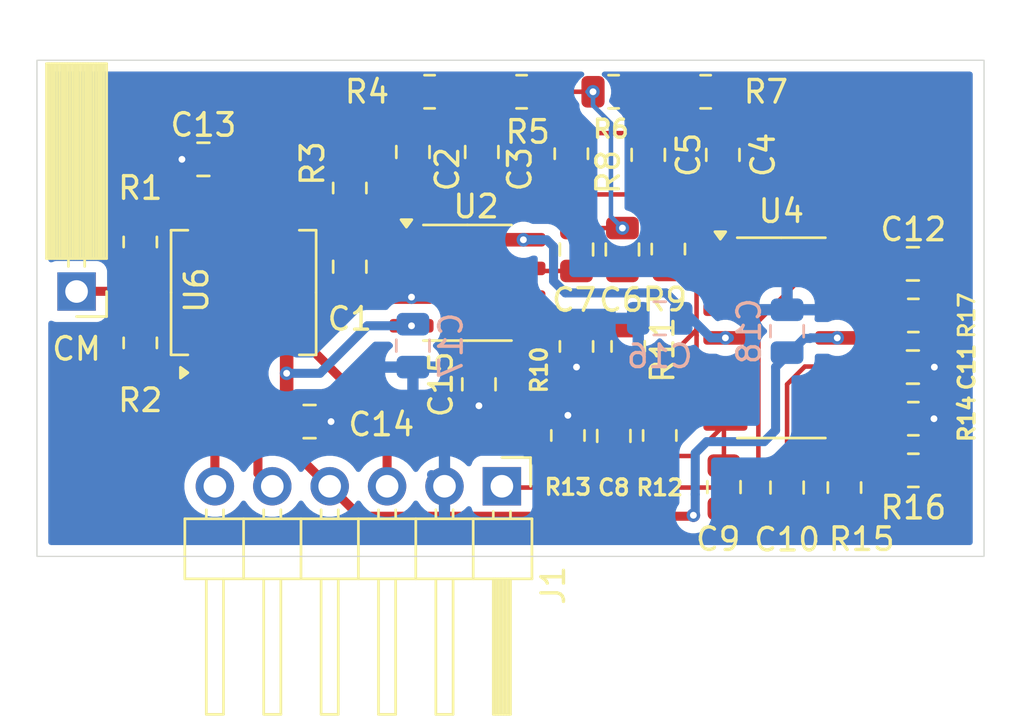
<source format=kicad_pcb>
(kicad_pcb (version 20241229) (generator "pcbnew") (generator_version "9.0")
  (layers (0 "F.Cu" signal) (2 "B.Cu" signal) (13 "F.Paste" user) (15 "B.Paste" user) (5 "F.SilkS" user "F.Silkscreen") (7 "B.SilkS" user "B.Silkscreen") (1 "F.Mask" user) (3 "B.Mask" user) (25 "Edge.Cuts" user))
  (net 0 "")
  (net 1 "Net-(U2A--)")
  (net 2 "Net-(C2-Pad1)")
  (net 3 "/AC_COUPLER_OUT")
  (net 4 "Net-(C6-Pad2)")
  (net 5 "/INA_OUT")
  (net 6 "Net-(C10-Pad1)")
  (net 7 "Net-(U4B--)")
  (net 8 "Net-(U4C-+)")
  (net 9 "Net-(U4D-+)")
  (net 10 "/E_OUT")
  (net 11 "Net-(C12-Pad2)")
  (net 12 "/CM")
  (net 13 "Net-(R2-Pad2)")
  (net 14 "Net-(U2B-+)")
  (net 15 "AGND")
  (net 16 "/50Hz_first_branch")
  (net 17 "/50Hz_second_branch")
  (net 18 "AVDD")
  (net 19 "AVSS")
  (net 20 "/Main_Out")
  (net 21 "/E+")
  (net 22 "/E-")
  (net 23 "/50Hz_Out")
  (net 24 "/HP_Out")
  (net 25 "Net-(R1-Pad2)")
  (net 26 "Net-(R4-Pad1)")
  (net 27 "Net-(R6-Pad1)")
  (net 28 "Net-(R8-Pad2)")
  (footprint "Resistor_SMD:R_0805_2012Metric" (layer "F.Cu") (at 105.537 94.234 180)
    (property "Reference" "R7" (at -2.667 0 0) (layer "F.SilkS"))
    (property "Value" "350")
    (pad "1" smd roundrect (at -0.9125 0 180) (size 1.025 1.4) (layers "F.Cu" "F.Mask" "F.Paste") (roundrect_rratio 0.243902) (net 16 "/50Hz_first_branch"))
    (pad "2" smd roundrect (at 0.9125 0 180) (size 1.025 1.4) (layers "F.Cu" "F.Mask" "F.Paste") (roundrect_rratio 0.243902) (net 27 "Net-(R6-Pad1)"))
  )
  (footprint "Capacitor_SMD:C_0805_2012Metric" (layer "F.Cu") (at 106.346 111.74 -90)
    (property "Reference" "C9" (at 2.306 0.254 180) (layer "F.SilkS"))
    (property "Value" "100n")
    (pad "1" smd roundrect (at -0.95 0 270) (size 1 1.45) (layers "F.Cu" "F.Mask" "F.Paste") (net 20 "/Main_Out"))
    (pad "2" smd roundrect (at 0.95 0 270) (size 1 1.45) (layers "F.Cu" "F.Mask" "F.Paste") (net 6 "Net-(C10-Pad1)"))
  )
  (footprint "Capacitor_SMD:C_0805_2012Metric" (layer "F.Cu") (at 95.504 107.188 90)
    (property "Reference" "C15" (at 0 -1.68 90) (layer "F.SilkS"))
    (property "Value" "1uF")
    (pad "1" smd roundrect (at -0.95 0 90) (size 1 1.45) (layers "F.Cu" "F.Mask" "F.Paste") (net 15 "AGND"))
    (pad "2" smd roundrect (at 0.95 0 90) (size 1 1.45) (layers "F.Cu" "F.Mask" "F.Paste") (net 18 "AVDD"))
  )
  (footprint "Resistor_SMD:R_0805_2012Metric" (layer "F.Cu") (at 114.728 104.14 180)
    (property "Reference" "R17" (at -2.366 0 270) (layer "F.SilkS") (effects (font (size 0.7 0.7) (thickness 0.125))))
    (property "Value" "10k")
    (pad "1" smd roundrect (at -0.9125 0 180) (size 1.025 1.4) (layers "F.Cu" "F.Mask" "F.Paste") (roundrect_rratio 0.243902) (net 11 "Net-(C12-Pad2)"))
    (pad "2" smd roundrect (at 0.9125 0 180) (size 1.025 1.4) (layers "F.Cu" "F.Mask" "F.Paste") (roundrect_rratio 0.243902) (net 9 "Net-(U4D-+)"))
  )
  (footprint "Connector_PinHeader_2.54mm:PinHeader_1x06_P2.54mm_Horizontal" (layer "F.Cu") (at 96.52 111.703 -90)
    (property "Reference" "J1" (at 4.385 -2.27 90) (layer "F.SilkS"))
    (property "Value" "Conn_01x06_Pin")
    (pad "1" thru_hole rect (at 0 0 270) (size 1.7 1.7) (drill 1) (layers "*.Cu" "*.Mask") (net 10 "/E_OUT"))
    (pad "2" thru_hole oval (at 0 2.54 270) (size 1.7 1.7) (drill 1) (layers "*.Cu" "*.Mask") (net 15 "AGND"))
    (pad "3" thru_hole oval (at 0 5.08 270) (size 1.7 1.7) (drill 1) (layers "*.Cu" "*.Mask") (net 18 "AVDD"))
    (pad "4" thru_hole oval (at 0 7.62 270) (size 1.7 1.7) (drill 1) (layers "*.Cu" "*.Mask") (net 19 "AVSS"))
    (pad "5" thru_hole oval (at 0 10.16 270) (size 1.7 1.7) (drill 1) (layers "*.Cu" "*.Mask") (net 21 "/E+"))
    (pad "6" thru_hole oval (at 0 12.7 270) (size 1.7 1.7) (drill 1) (layers "*.Cu" "*.Mask") (net 22 "/E-"))
  )
  (footprint "Resistor_SMD:R_0805_2012Metric" (layer "F.Cu") (at 103.505 109.454 -90)
    (property "Reference" "R12" (at 2.3095 0 180) (layer "F.SilkS") (effects (font (size 0.7 0.7))))
    (property "Value" "100k")
    (pad "1" smd roundrect (at -0.9125 0 270) (size 1.025 1.4) (layers "F.Cu" "F.Mask" "F.Paste") (roundrect_rratio 0.243902) (net 7 "Net-(U4B--)"))
    (pad "2" smd roundrect (at 0.9125 0 270) (size 1.025 1.4) (layers "F.Cu" "F.Mask" "F.Paste") (roundrect_rratio 0.243902) (net 20 "/Main_Out"))
  )
  (footprint "Resistor_SMD:R_0805_2012Metric" (layer "F.Cu") (at 103.886 101.199 -90)
    (property "Reference" "R9" (at 2.2352 0.1524 180) (layer "F.SilkS"))
    (property "Value" "6.7k")
    (pad "1" smd roundrect (at -0.9125 0 270) (size 1.025 1.4) (layers "F.Cu" "F.Mask" "F.Paste") (roundrect_rratio 0.243902) (net 28 "Net-(R8-Pad2)"))
    (pad "2" smd roundrect (at 0.9125 0 270) (size 1.025 1.4) (layers "F.Cu" "F.Mask" "F.Paste") (roundrect_rratio 0.243902) (net 17 "/50Hz_second_branch"))
  )
  (footprint "Package_SO:SOIC-8_5.3x6.2mm_P1.27mm" (layer "F.Cu") (at 85.09 103.124 90)
    (property "Reference" "U6" (at 0.1068 -2.0828 90) (layer "F.SilkS"))
    (property "Value" "INA128")
    (pad "1" smd roundrect (at -3.5 -1.905 90) (size 1.9 0.6) (layers "F.Cu" "F.Mask" "F.Paste") (net 13 "Net-(R2-Pad2)"))
    (pad "2" smd roundrect (at -3.5 -0.635 90) (size 1.9 0.6) (layers "F.Cu" "F.Mask" "F.Paste") (net 22 "/E-"))
    (pad "3" smd roundrect (at -3.5 0.635 90) (size 1.9 0.6) (layers "F.Cu" "F.Mask" "F.Paste") (net 21 "/E+"))
    (pad "4" smd roundrect (at -3.5 1.905 90) (size 1.9 0.6) (layers "F.Cu" "F.Mask" "F.Paste") (net 19 "AVSS"))
    (pad "5" smd roundrect (at 3.5 1.905 90) (size 1.9 0.6) (layers "F.Cu" "F.Mask" "F.Paste") (net 3 "/AC_COUPLER_OUT"))
    (pad "6" smd roundrect (at 3.5 0.635 90) (size 1.9 0.6) (layers "F.Cu" "F.Mask" "F.Paste") (net 5 "/INA_OUT"))
    (pad "7" smd roundrect (at 3.5 -0.635 90) (size 1.9 0.6) (layers "F.Cu" "F.Mask" "F.Paste") (net 18 "AVDD"))
    (pad "8" smd roundrect (at 3.5 -1.905 90) (size 1.9 0.6) (layers "F.Cu" "F.Mask" "F.Paste") (net 25 "Net-(R1-Pad2)"))
  )
  (footprint "Resistor_SMD:R_0805_2012Metric" (layer "F.Cu") (at 102.108 105.5097 90)
    (property "Reference" "R11" (at -0.1543 1.524 270) (layer "F.SilkS"))
    (property "Value" "1k")
    (pad "1" smd roundrect (at -0.9125 0 90) (size 1.025 1.4) (layers "F.Cu" "F.Mask" "F.Paste") (roundrect_rratio 0.243902) (net 23 "/50Hz_Out"))
    (pad "2" smd roundrect (at 0.9125 0 90) (size 1.025 1.4) (layers "F.Cu" "F.Mask" "F.Paste") (roundrect_rratio 0.243902) (net 14 "Net-(U2B-+)"))
  )
  (footprint "Capacitor_SMD:C_0805_2012Metric" (layer "F.Cu") (at 102.997 97.028 90)
    (property "Reference" "C5" (at 0 1.778 90) (layer "F.SilkS"))
    (property "Value" "1pF")
    (pad "1" smd roundrect (at -0.95 0 90) (size 1 1.45) (layers "F.Cu" "F.Mask" "F.Paste") (net 16 "/50Hz_first_branch"))
    (pad "2" smd roundrect (at 0.95 0 90) (size 1 1.45) (layers "F.Cu" "F.Mask" "F.Paste") (net 2 "Net-(C2-Pad1)"))
  )
  (footprint "Resistor_SMD:R_0805_2012Metric" (layer "F.Cu") (at 89.789 98.496 90)
    (property "Reference" "R3" (at 1.087 -1.651 90) (layer "F.SilkS"))
    (property "Value" "500k")
    (pad "1" smd roundrect (at -0.9125 0 90) (size 1.025 1.4) (layers "F.Cu" "F.Mask" "F.Paste") (roundrect_rratio 0.243902) (net 1 "Net-(U2A--)"))
    (pad "2" smd roundrect (at 0.9125 0 90) (size 1.025 1.4) (layers "F.Cu" "F.Mask" "F.Paste") (roundrect_rratio 0.243902) (net 5 "/INA_OUT"))
  )
  (footprint "Resistor_SMD:R_0805_2012Metric" (layer "F.Cu") (at 97.393333 94.234 180)
    (property "Reference" "R5" (at -0.269667 -1.778 0) (layer "F.SilkS"))
    (property "Value" "350")
    (pad "1" smd roundrect (at -0.9125 0 180) (size 1.025 1.4) (layers "F.Cu" "F.Mask" "F.Paste") (roundrect_rratio 0.243902) (net 4 "Net-(C6-Pad2)"))
    (pad "2" smd roundrect (at 0.9125 0 180) (size 1.025 1.4) (layers "F.Cu" "F.Mask" "F.Paste") (roundrect_rratio 0.243902) (net 26 "Net-(R4-Pad1)"))
  )
  (footprint "Resistor_SMD:R_0805_2012Metric" (layer "F.Cu") (at 93.3215 94.234 180)
    (property "Reference" "R4" (at 2.7705 0 0) (layer "F.SilkS"))
    (property "Value" "30k")
    (pad "1" smd roundrect (at -0.9125 0 180) (size 1.025 1.4) (layers "F.Cu" "F.Mask" "F.Paste") (roundrect_rratio 0.243902) (net 26 "Net-(R4-Pad1)"))
    (pad "2" smd roundrect (at 0.9125 0 180) (size 1.025 1.4) (layers "F.Cu" "F.Mask" "F.Paste") (roundrect_rratio 0.243902) (net 5 "/INA_OUT"))
  )
  (footprint "Resistor_SMD:R_0805_2012Metric" (layer "F.Cu") (at 80.518 100.8855 90)
    (property "Reference" "R1" (at 2.3895 0 180) (layer "F.SilkS"))
    (property "Value" "4k")
    (pad "1" smd roundrect (at -0.9125 0 90) (size 1.025 1.4) (layers "F.Cu" "F.Mask" "F.Paste") (roundrect_rratio 0.243902) (net 12 "/CM"))
    (pad "2" smd roundrect (at 0.9125 0 90) (size 1.025 1.4) (layers "F.Cu" "F.Mask" "F.Paste") (roundrect_rratio 0.243902) (net 25 "Net-(R1-Pad2)"))
  )
  (footprint "Capacitor_SMD:C_0805_2012Metric" (layer "F.Cu") (at 109.14 111.76 90)
    (property "Reference" "C10" (at -2.306 0 180) (layer "F.SilkS"))
    (property "Value" "100n")
    (pad "1" smd roundrect (at -0.95 0 90) (size 1 1.45) (layers "F.Cu" "F.Mask" "F.Paste") (net 6 "Net-(C10-Pad1)"))
    (pad "2" smd roundrect (at 0.95 0 90) (size 1 1.45) (layers "F.Cu" "F.Mask" "F.Paste") (net 8 "Net-(U4C-+)"))
  )
  (footprint "Resistor_SMD:R_0805_2012Metric" (layer "F.Cu") (at 111.68 111.76 90)
    (property "Reference" "R15" (at -2.286 0.762 180) (layer "F.SilkS"))
    (property "Value" "4.7M")
    (pad "1" smd roundrect (at -0.9125 0 90) (size 1.025 1.4) (layers "F.Cu" "F.Mask" "F.Paste") (roundrect_rratio 0.243902) (net 6 "Net-(C10-Pad1)"))
    (pad "2" smd roundrect (at 0.9125 0 90) (size 1.025 1.4) (layers "F.Cu" "F.Mask" "F.Paste") (roundrect_rratio 0.243902) (net 24 "/HP_Out"))
  )
  (footprint "Capacitor_SMD:C_0805_2012Metric" (layer "F.Cu") (at 114.708 101.854)
    (property "Reference" "C12" (at 0.02 -1.524 0) (layer "F.SilkS"))
    (property "Value" "100n")
    (pad "1" smd roundrect (at -0.95 0) (size 1 1.45) (layers "F.Cu" "F.Mask" "F.Paste") (net 10 "/E_OUT"))
    (pad "2" smd roundrect (at 0.95 0) (size 1 1.45) (layers "F.Cu" "F.Mask" "F.Paste") (net 11 "Net-(C12-Pad2)"))
  )
  (footprint "Resistor_SMD:R_0805_2012Metric" (layer "F.Cu") (at 99.822 105.5116 -90)
    (property "Reference" "R10" (at 1.0414 1.651 270) (layer "F.SilkS") (effects (font (size 0.7 0.7))))
    (property "Value" "10k")
    (pad "1" smd roundrect (at -0.9125 0 270) (size 1.025 1.4) (layers "F.Cu" "F.Mask" "F.Paste") (roundrect_rratio 0.243902) (net 14 "Net-(U2B-+)"))
    (pad "2" smd roundrect (at 0.9125 0 270) (size 1.025 1.4) (layers "F.Cu" "F.Mask" "F.Paste") (roundrect_rratio 0.243902) (net 15 "AGND"))
  )
  (footprint "Capacitor_SMD:C_0805_2012Metric" (layer "F.Cu") (at 89.789 101.981 -90)
    (property "Reference" "C1" (at 2.3104 0 180) (layer "F.SilkS"))
    (property "Value" "470nF")
    (pad "1" smd roundrect (at -0.95 0 270) (size 1 1.45) (layers "F.Cu" "F.Mask" "F.Paste") (net 3 "/AC_COUPLER_OUT"))
    (pad "2" smd roundrect (at 0.95 0 270) (size 1 1.45) (layers "F.Cu" "F.Mask" "F.Paste") (net 1 "Net-(U2A--)"))
  )
  (footprint "Resistor_SMD:R_0805_2012Metric" (layer "F.Cu") (at 80.518 105.354 -90)
    (property "Reference" "R2" (at 2.54 0 180) (layer "F.SilkS"))
    (property "Value" "4k")
    (pad "1" smd roundrect (at -0.9125 0 270) (size 1.025 1.4) (layers "F.Cu" "F.Mask" "F.Paste") (roundrect_rratio 0.243902) (net 12 "/CM"))
    (pad "2" smd roundrect (at 0.9125 0 270) (size 1.025 1.4) (layers "F.Cu" "F.Mask" "F.Paste") (roundrect_rratio 0.243902) (net 13 "Net-(R2-Pad2)"))
  )
  (footprint "Capacitor_SMD:C_0805_2012Metric" (layer "F.Cu") (at 95.631 96.901 -90)
    (property "Reference" "C3" (at 0.762 -1.68 90) (layer "F.SilkS"))
    (property "Value" "100nF")
    (pad "1" smd roundrect (at -0.95 0 270) (size 1 1.45) (layers "F.Cu" "F.Mask" "F.Paste") (net 2 "Net-(C2-Pad1)"))
    (pad "2" smd roundrect (at 0.95 0 270) (size 1 1.45) (layers "F.Cu" "F.Mask" "F.Paste") (net 5 "/INA_OUT"))
  )
  (footprint "Capacitor_SMD:C_0805_2012Metric" (layer "F.Cu") (at 83.312 97.226)
    (property "Reference" "C13" (at 0 -1.524 0) (layer "F.SilkS"))
    (property "Value" "1uF")
    (pad "1" smd roundrect (at -0.95 0) (size 1 1.45) (layers "F.Cu" "F.Mask" "F.Paste") (net 15 "AGND"))
    (pad "2" smd roundrect (at 0.95 0) (size 1 1.45) (layers "F.Cu" "F.Mask" "F.Paste") (net 18 "AVDD"))
  )
  (footprint "Capacitor_SMD:C_0805_2012Metric" (layer "F.Cu") (at 114.708 106.426)
    (property "Reference" "C11" (at 2.386 0 90) (layer "F.SilkS") (effects (font (size 0.7 0.7))))
    (property "Value" "100n")
    (pad "1" smd roundrect (at -0.95 0) (size 1 1.45) (layers "F.Cu" "F.Mask" "F.Paste") (net 9 "Net-(U4D-+)"))
    (pad "2" smd roundrect (at 0.95 0) (size 1 1.45) (layers "F.Cu" "F.Mask" "F.Paste") (net 15 "AGND"))
  )
  (footprint "Capacitor_SMD:C_0805_2012Metric" (layer "F.Cu") (at 92.583 96.901 -90)
    (property "Reference" "C2" (at 0.762 -1.524 90) (layer "F.SilkS"))
    (property "Value" "1pF")
    (pad "1" smd roundrect (at -0.95 0 270) (size 1 1.45) (layers "F.Cu" "F.Mask" "F.Paste") (net 2 "Net-(C2-Pad1)"))
    (pad "2" smd roundrect (at 0.95 0 270) (size 1 1.45) (layers "F.Cu" "F.Mask" "F.Paste") (net 5 "/INA_OUT"))
  )
  (footprint "Capacitor_SMD:C_0805_2012Metric" (layer "F.Cu") (at 101.854 101.219 90)
    (property "Reference" "C6" (at -2.2352 -0.0508 0) (layer "F.SilkS"))
    (property "Value" "220nF")
    (pad "1" smd roundrect (at -0.95 0 90) (size 1 1.45) (layers "F.Cu" "F.Mask" "F.Paste") (net 17 "/50Hz_second_branch"))
    (pad "2" smd roundrect (at 0.95 0 90) (size 1 1.45) (layers "F.Cu" "F.Mask" "F.Paste") (net 4 "Net-(C6-Pad2)"))
  )
  (footprint "Capacitor_SMD:C_0805_2012Metric" (layer "F.Cu") (at 101.473 109.474 -90)
    (property "Reference" "C8" (at 2.286 0 180) (layer "F.SilkS") (effects (font (size 0.7 0.7))))
    (property "Value" "10n")
    (pad "1" smd roundrect (at -0.95 0 270) (size 1 1.45) (layers "F.Cu" "F.Mask" "F.Paste") (net 7 "Net-(U4B--)"))
    (pad "2" smd roundrect (at 0.95 0 270) (size 1 1.45) (layers "F.Cu" "F.Mask" "F.Paste") (net 20 "/Main_Out"))
  )
  (footprint "Capacitor_SMD:C_0805_2012Metric" (layer "F.Cu") (at 106.299 97.028 -90)
    (property "Reference" "C4" (at 0 -1.778 90) (layer "F.SilkS"))
    (property "Value" "100nF")
    (pad "1" smd roundrect (at -0.95 0 270) (size 1 1.45) (layers "F.Cu" "F.Mask" "F.Paste") (net 2 "Net-(C2-Pad1)"))
    (pad "2" smd roundrect (at 0.95 0 270) (size 1 1.45) (layers "F.Cu" "F.Mask" "F.Paste") (net 16 "/50Hz_first_branch"))
  )
  (footprint "Package_SO:SOIC-8_3.9x4.9mm_P1.27mm" (layer "F.Cu") (at 94.996 102.6922)
    (property "Reference" "U2" (at 0.381 -3.3782 0) (layer "F.SilkS"))
    (property "Value" "OPA2197")
    (pad "1" smd roundrect (at -2.475 -1.905) (size 1.95 0.6) (layers "F.Cu" "F.Mask" "F.Paste") (net 3 "/AC_COUPLER_OUT"))
    (pad "2" smd roundrect (at -2.475 -0.635) (size 1.95 0.6) (layers "F.Cu" "F.Mask" "F.Paste") (net 1 "Net-(U2A--)"))
    (pad "3" smd roundrect (at -2.475 0.635) (size 1.95 0.6) (layers "F.Cu" "F.Mask" "F.Paste") (net 15 "AGND"))
    (pad "4" smd roundrect (at -2.475 1.905) (size 1.95 0.6) (layers "F.Cu" "F.Mask" "F.Paste") (net 19 "AVSS"))
    (pad "5" smd roundrect (at 2.475 1.905) (size 1.95 0.6) (layers "F.Cu" "F.Mask" "F.Paste") (net 14 "Net-(U2B-+)"))
    (pad "6" smd roundrect (at 2.475 0.635) (size 1.95 0.6) (layers "F.Cu" "F.Mask" "F.Paste") (net 17 "/50Hz_second_branch"))
    (pad "7" smd roundrect (at 2.475 -0.635) (size 1.95 0.6) (layers "F.Cu" "F.Mask" "F.Paste") (net 17 "/50Hz_second_branch"))
    (pad "8" smd roundrect (at 2.475 -1.905) (size 1.95 0.6) (layers "F.Cu" "F.Mask" "F.Paste") (net 18 "AVDD"))
  )
  (footprint "Resistor_SMD:R_0805_2012Metric" (layer "F.Cu") (at 99.441 109.454 90)
    (property "Reference" "R13" (at -2.286 0 180) (layer "F.SilkS") (effects (font (size 0.7 0.7))))
    (property "Value" "2k")
    (pad "1" smd roundrect (at -0.9125 0 90) (size 1.025 1.4) (layers "F.Cu" "F.Mask" "F.Paste") (roundrect_rratio 0.243902) (net 20 "/Main_Out"))
    (pad "2" smd roundrect (at 0.9125 0 90) (size 1.025 1.4) (layers "F.Cu" "F.Mask" "F.Paste") (roundrect_rratio 0.243902) (net 15 "AGND"))
  )
  (footprint "Resistor_SMD:R_0805_2012Metric" (layer "F.Cu") (at 114.728 108.712)
    (property "Reference" "R14" (at 2.366 0 90) (layer "F.SilkS") (effects (font (size 0.7 0.7))))
    (property "Value" "4.7M")
    (pad "1" smd roundrect (at -0.9125 0) (size 1.025 1.4) (layers "F.Cu" "F.Mask" "F.Paste") (roundrect_rratio 0.243902) (net 8 "Net-(U4C-+)"))
    (pad "2" smd roundrect (at 0.9125 0) (size 1.025 1.4) (layers "F.Cu" "F.Mask" "F.Paste") (roundrect_rratio 0.243902) (net 15 "AGND"))
  )
  (footprint "Capacitor_SMD:C_0805_2012Metric" (layer "F.Cu") (at 88.011 108.839 180)
    (property "Reference" "C14" (at -3.175 -0.127 0) (layer "F.SilkS"))
    (property "Value" "1uF")
    (pad "1" smd roundrect (at -0.95 0 180) (size 1 1.45) (layers "F.Cu" "F.Mask" "F.Paste") (net 15 "AGND"))
    (pad "2" smd roundrect (at 0.95 0 180) (size 1 1.45) (layers "F.Cu" "F.Mask" "F.Paste") (net 19 "AVSS"))
  )
  (footprint "Resistor_SMD:R_0805_2012Metric" (layer "F.Cu") (at 101.465167 94.234 180)
    (property "Reference" "R6" (at 0.119167 -1.651 0) (layer "F.SilkS") (effects (font (size 0.8 0.8))))
    (property "Value" "30k")
    (pad "1" smd roundrect (at -0.9125 0 180) (size 1.025 1.4) (layers "F.Cu" "F.Mask" "F.Paste") (roundrect_rratio 0.243902) (net 27 "Net-(R6-Pad1)"))
    (pad "2" smd roundrect (at 0.9125 0 180) (size 1.025 1.4) (layers "F.Cu" "F.Mask" "F.Paste") (roundrect_rratio 0.243902) (net 4 "Net-(C6-Pad2)"))
  )
  (footprint "Resistor_SMD:R_0805_2012Metric" (layer "F.Cu") (at 99.5934 96.9772 -90)
    (property "Reference" "R8" (at 0.8128 -1.6256 90) (layer "F.SilkS"))
    (property "Value" "10k")
    (pad "1" smd roundrect (at -0.9125 0 270) (size 1.025 1.4) (layers "F.Cu" "F.Mask" "F.Paste") (roundrect_rratio 0.243902) (net 2 "Net-(C2-Pad1)"))
    (pad "2" smd roundrect (at 0.9125 0 270) (size 1.025 1.4) (layers "F.Cu" "F.Mask" "F.Paste") (roundrect_rratio 0.243902) (net 28 "Net-(R8-Pad2)"))
  )
  (footprint "Connector_PinSocket_2.54mm:PinSocket_1x01_P2.54mm_Horizontal" (layer "F.Cu") (at 77.699 103.079 -90)
    (property "Reference" "CM" (at 2.54 0 180) (layer "F.SilkS"))
    (property "Value" "Conn_01x01_Socket")
    (pad "1" thru_hole rect (at 0 0 270) (size 1.7 1.7) (drill 1) (layers "*.Cu" "*.Mask") (net 12 "/CM"))
  )
  (footprint "Capacitor_SMD:C_0805_2012Metric" (layer "F.Cu") (at 99.822 101.219 90)
    (property "Reference" "C7" (at -2.2352 -0.1016 180) (layer "F.SilkS"))
    (property "Value" "1pF")
    (pad "1" smd roundrect (at -0.95 0 90) (size 1 1.45) (layers "F.Cu" "F.Mask" "F.Paste") (net 17 "/50Hz_second_branch"))
    (pad "2" smd roundrect (at 0.95 0 90) (size 1 1.45) (layers "F.Cu" "F.Mask" "F.Paste") (net 4 "Net-(C6-Pad2)"))
  )
  (footprint "Resistor_SMD:R_0805_2012Metric" (layer "F.Cu") (at 114.728 110.998)
    (property "Reference" "R16" (at 0 1.651 0) (layer "F.SilkS"))
    (property "Value" "10k")
    (pad "1" smd roundrect (at -0.9125 0) (size 1.025 1.4) (layers "F.Cu" "F.Mask" "F.Paste") (roundrect_rratio 0.243902) (net 24 "/HP_Out"))
    (pad "2" smd roundrect (at 0.9125 0) (size 1.025 1.4) (layers "F.Cu" "F.Mask" "F.Paste") (roundrect_rratio 0.243902) (net 11 "Net-(C12-Pad2)"))
  )
  (footprint "Package_SO:SOIC-14_3.9x8.7mm_P1.27mm" (layer "F.Cu") (at 108.886 105.1319)
    (property "Reference" "U4" (at 0 -5.6129 0) (layer "F.SilkS"))
    (property "Value" "OPA4197xD")
    (pad "1" smd roundrect (at -2.475 -3.81) (size 1.95 0.6) (layers "F.Cu" "F.Mask" "F.Paste") (net 23 "/50Hz_Out"))
    (pad "2" smd roundrect (at -2.475 -2.54) (size 1.95 0.6) (layers "F.Cu" "F.Mask" "F.Paste") (net 23 "/50Hz_Out"))
    (pad "3" smd roundrect (at -2.475 -1.27) (size 1.95 0.6) (layers "F.Cu" "F.Mask" "F.Paste") (net 16 "/50Hz_first_branch"))
    (pad "4" smd roundrect (at -2.475 0) (size 1.95 0.6) (layers "F.Cu" "F.Mask" "F.Paste") (net 18 "AVDD"))
    (pad "5" smd roundrect (at -2.475 1.27) (size 1.95 0.6) (layers "F.Cu" "F.Mask" "F.Paste") (net 23 "/50Hz_Out"))
    (pad "6" smd roundrect (at -2.475 2.54) (size 1.95 0.6) (layers "F.Cu" "F.Mask" "F.Paste") (net 7 "Net-(U4B--)"))
    (pad "7" smd roundrect (at -2.475 3.81) (size 1.95 0.6) (layers "F.Cu" "F.Mask" "F.Paste") (net 20 "/Main_Out"))
    (pad "8" smd roundrect (at 2.475 3.81) (size 1.95 0.6) (layers "F.Cu" "F.Mask" "F.Paste") (net 24 "/HP_Out"))
    (pad "9" smd roundrect (at 2.475 2.54) (size 1.95 0.6) (layers "F.Cu" "F.Mask" "F.Paste") (net 24 "/HP_Out"))
    (pad "10" smd roundrect (at 2.475 1.27) (size 1.95 0.6) (layers "F.Cu" "F.Mask" "F.Paste") (net 8 "Net-(U4C-+)"))
    (pad "11" smd roundrect (at 2.475 0) (size 1.95 0.6) (layers "F.Cu" "F.Mask" "F.Paste") (net 19 "AVSS"))
    (pad "12" smd roundrect (at 2.475 -1.27) (size 1.95 0.6) (layers "F.Cu" "F.Mask" "F.Paste") (net 9 "Net-(U4D-+)"))
    (pad "13" smd roundrect (at 2.475 -2.54) (size 1.95 0.6) (layers "F.Cu" "F.Mask" "F.Paste") (net 10 "/E_OUT"))
    (pad "14" smd roundrect (at 2.475 -3.81) (size 1.95 0.6) (layers "F.Cu" "F.Mask" "F.Paste") (net 10 "/E_OUT"))
  )
  (footprint "Capacitor_SMD:C_0805_2012Metric" (layer "B.Cu") (at 109.14 104.836 -90)
    (property "Reference" "C18" (at 0 1.68 90) (layer "B.SilkS") (effects (justify mirror)))
    (property "Value" "1uF")
    (pad "1" smd roundrect (at -0.95 0 270) (size 1 1.45) (layers "B.Cu" "B.Mask" "B.Paste") (net 15 "AGND"))
    (pad "2" smd roundrect (at 0.95 0 270) (size 1 1.45) (layers "B.Cu" "B.Mask" "B.Paste") (net 19 "AVSS"))
  )
  (footprint "Capacitor_SMD:C_0805_2012Metric" (layer "B.Cu") (at 92.583 105.476 90)
    (property "Reference" "C17" (at 0 1.68 90) (layer "B.SilkS") (effects (justify mirror)))
    (property "Value" "1uF")
    (pad "1" smd roundrect (at -0.95 0 90) (size 1 1.45) (layers "B.Cu" "B.Mask" "B.Paste") (net 15 "AGND"))
    (pad "2" smd roundrect (at 0.95 0 90) (size 1 1.45) (layers "B.Cu" "B.Mask" "B.Paste") (net 19 "AVSS"))
  )
  (footprint "Capacitor_SMD:C_0805_2012Metric" (layer "B.Cu") (at 103.505 104.267)
    (property "Reference" "C16" (at 0 1.68 0) (layer "B.SilkS") (effects (justify mirror)))
    (property "Value" "1uF")
    (pad "1" smd roundrect (at -0.95 0) (size 1 1.45) (layers "B.Cu" "B.Mask" "B.Paste") (net 15 "AGND"))
    (pad "2" smd roundrect (at 0.95 0) (size 1 1.45) (layers "B.Cu" "B.Mask" "B.Paste") (net 18 "AVDD"))
  )
  (gr_rect (start 75.946 92.837) (end 117.856 114.808) (stroke (width 0.05)) (fill no) (layer "Edge.Cuts"))
  (segment (start 92.521 102.0572) (end 90.6628 102.0572) (width 0.2) (layer "F.Cu") (net 1))
  (segment (start 90.6628 102.0572) (end 89.789 102.931) (width 0.2) (layer "F.Cu") (net 1))
  (segment (start 93.7768 102.0572) (end 92.521 102.0572) (width 0.2) (layer "F.Cu") (net 1))
  (segment (start 94.234 101.6) (end 93.7768 102.0572) (width 0.2) (layer "F.Cu") (net 1))
  (segment (start 89.789 99.4085) (end 93.5665 99.4085) (width 0.2) (layer "F.Cu") (net 1))
  (segment (start 94.234 100.076) (end 94.234 101.6) (width 0.2) (layer "F.Cu") (net 1))
  (segment (start 93.5665 99.4085) (end 94.234 100.076) (width 0.2) (layer "F.Cu") (net 1))
  (segment (start 102.9395 96.0647) (end 102.997 96.0072) (width 0.2) (layer "F.Cu") (net 2))
  (segment (start 99.4797 95.951) (end 99.5934 96.0647) (width 0.2) (layer "F.Cu") (net 2))
  (segment (start 95.4738 96.139) (end 95.3516 96.2612) (width 0.2) (layer "F.Cu") (net 2))
  (segment (start 102.9837 96.0647) (end 102.997 96.078) (width 0.2) (layer "F.Cu") (net 2))
  (segment (start 99.5934 96.0647) (end 102.9837 96.0647) (width 0.2) (layer "F.Cu") (net 2))
  (segment (start 92.583 95.951) (end 95.377 95.951) (width 0.2) (layer "F.Cu") (net 2))
  (segment (start 95.631 95.951) (end 99.4797 95.951) (width 0.2) (layer "F.Cu") (net 2))
  (segment (start 106.299 96.078) (end 102.997 96.078) (width 0.2) (layer "F.Cu") (net 2))
  (segment (start 89.789 101.031) (end 92.2772 101.031) (width 0.2) (layer "F.Cu") (net 3))
  (segment (start 92.2772 101.031) (end 92.521 100.7872) (width 0.2) (layer "F.Cu") (net 3))
  (segment (start 86.995 99.624) (end 88.402 101.031) (width 0.2) (layer "F.Cu") (net 3))
  (segment (start 86.995 99.624) (end 86.995 98.8008) (width 0.2) (layer "F.Cu") (net 3))
  (segment (start 88.402 101.031) (end 89.789 101.031) (width 0.2) (layer "F.Cu") (net 3))
  (segment (start 98.305833 94.234) (end 100.552667 94.234) (width 0.2) (layer "F.Cu") (net 4))
  (segment (start 99.822 100.269) (end 101.854 100.269) (width 0.2) (layer "F.Cu") (net 4))
  (via (at 100.552667 94.234) (size 0.6) (drill 0.3) (layers "F.Cu" "B.Cu") (net 4))
  (via (at 101.854 100.269) (size 0.6) (drill 0.3) (layers "F.Cu" "B.Cu") (net 4))
  (segment (start 101.346 99.761) (end 101.854 100.269) (width 0.2) (layer "B.Cu") (net 4))
  (segment (start 101.346 95.631) (end 101.346 99.761) (width 0.2) (layer "B.Cu") (net 4))
  (segment (start 100.552667 94.837667) (end 101.346 95.631) (width 0.2) (layer "B.Cu") (net 4))
  (segment (start 100.552667 94.234) (end 100.3065 94.234) (width 0.2) (layer "B.Cu") (net 4))
  (segment (start 100.552667 94.234) (end 100.552667 94.837667) (width 0.2) (layer "B.Cu") (net 4))
  (segment (start 89.789 97.5835) (end 89.789 96.854) (width 0.2) (layer "F.Cu") (net 5))
  (segment (start 92.0515 94.234) (end 92.409 94.234) (width 0.2) (layer "F.Cu") (net 5))
  (segment (start 90.0565 97.851) (end 95.377 97.851) (width 0.2) (layer "F.Cu") (net 5))
  (segment (start 85.725 98.674001) (end 86.815501 97.5835) (width 0.2) (layer "F.Cu") (net 5))
  (segment (start 89.789 96.854) (end 92.409 94.234) (width 0.2) (layer "F.Cu") (net 5))
  (segment (start 86.815501 97.5835) (end 89.916 97.5835) (width 0.2) (layer "F.Cu") (net 5))
  (segment (start 85.725 99.624) (end 85.725 98.674001) (width 0.2) (layer "F.Cu") (net 5))
  (segment (start 95.377 97.851) (end 95.443 97.917) (width 0.2) (layer "F.Cu") (net 5))
  (segment (start 95.443 97.917) (end 95.885 97.917) (width 0.2) (layer "F.Cu") (net 5))
  (segment (start 89.789 97.5835) (end 90.0565 97.851) (width 0.2) (layer "F.Cu") (net 5))
  (segment (start 108.9035 112.6725) (end 108.886 112.69) (width 0.2) (layer "F.Cu") (net 6))
  (segment (start 108.886 112.69) (end 106.346 112.69) (width 0.2) (layer "F.Cu") (net 6))
  (segment (start 111.68 112.6725) (end 108.9035 112.6725) (width 0.2) (layer "F.Cu") (net 6))
  (segment (start 106.411 107.6719) (end 105.5141 107.6719) (width 0.2) (layer "F.Cu") (net 7))
  (segment (start 102.1655 108.538) (end 102.108 108.4805) (width 0.2) (layer "F.Cu") (net 7))
  (segment (start 104.648 108.538) (end 102.1655 108.538) (width 0.2) (layer "F.Cu") (net 7))
  (segment (start 105.5141 107.6719) (end 104.648 108.538) (width 0.2) (layer "F.Cu") (net 7))
  (segment (start 113.8155 108.712) (end 113.458 108.712) (width 0.2) (layer "F.Cu") (net 8))
  (segment (start 109.14 110.81) (end 109.14 107.188) (width 0.2) (layer "F.Cu") (net 8))
  (segment (start 109.9261 106.4019) (end 111.361 106.4019) (width 0.2) (layer "F.Cu") (net 8))
  (segment (start 113.458 108.712) (end 112.696 107.95) (width 0.2) (layer "F.Cu") (net 8))
  (segment (start 109.14 107.188) (end 109.9261 106.4019) (width 0.2) (layer "F.Cu") (net 8))
  (segment (start 112.696 107.95) (end 112.696 106.761901) (width 0.2) (layer "F.Cu") (net 8))
  (segment (start 112.696 106.761901) (end 112.335999 106.4019) (width 0.2) (layer "F.Cu") (net 8))
  (segment (start 112.335999 106.4019) (end 111.361 106.4019) (width 0.2) (layer "F.Cu") (net 8))
  (segment (start 111.3839 103.839) (end 111.361 103.8619) (width 0.2) (layer "F.Cu") (net 9))
  (segment (start 113.8155 104.14) (end 112.9741 104.14) (width 0.2) (layer "F.Cu") (net 9))
  (segment (start 112.9741 104.14) (end 112.696 103.8619) (width 0.2) (layer "F.Cu") (net 9))
  (segment (start 112.696 103.8619) (end 111.361 103.8619) (width 0.2) (layer "F.Cu") (net 9))
  (segment (start 113.758 106.426) (end 113.758 104.1975) (width 0.2) (layer "F.Cu") (net 9))
  (segment (start 113.758 104.1975) (end 113.8155 104.14) (width 0.2) (layer "F.Cu") (net 9))
  (segment (start 110.41 101.854) (end 107.87 104.394) (width 0.2) (layer "F.Cu") (net 10))
  (segment (start 96.577 111.76) (end 96.52 111.703) (width 0.2) (layer "F.Cu") (net 10))
  (segment (start 111.426 101.854) (end 113.758 101.854) (width 0.2) (layer "F.Cu") (net 10))
  (segment (start 111.361 101.854) (end 113.778 101.854) (width 0.2) (layer "F.Cu") (net 10))
  (segment (start 111.361 101.854) (end 111.361 101.3219) (width 0.2) (layer "F.Cu") (net 10))
  (segment (start 111.361 102.5919) (end 111.361 101.854) (width 0.2) (layer "F.Cu") (net 10))
  (segment (start 107.87 109.531) (end 107.87 110.998) (width 0.2) (layer "F.Cu") (net 10))
  (segment (start 111.361 101.854) (end 110.41 101.854) (width 0.2) (layer "F.Cu") (net 10))
  (segment (start 107.108 111.76) (end 96.577 111.76) (width 0.2) (layer "F.Cu") (net 10))
  (segment (start 111.361 102.5919) (end 110.9421 102.5919) (width 0.2) (layer "F.Cu") (net 10))
  (segment (start 107.87 104.394) (end 107.87 109.474) (width 0.2) (layer "F.Cu") (net 10))
  (segment (start 107.87 110.998) (end 107.108 111.76) (width 0.2) (layer "F.Cu") (net 10))
  (segment (start 115.6405 104.14) (end 115.6405 101.8715) (width 0.2) (layer "F.Cu") (net 11))
  (segment (start 116.76 110.49) (end 116.252 110.998) (width 0.2) (layer "F.Cu") (net 11))
  (segment (start 116.252 110.998) (end 115.6405 110.998) (width 0.2) (layer "F.Cu") (net 11))
  (segment (start 116.76 104.648) (end 116.76 110.49) (width 0.2) (layer "F.Cu") (net 11))
  (segment (start 115.6405 104.14) (end 116.252 104.14) (width 0.2) (layer "F.Cu") (net 11))
  (segment (start 116.252 104.14) (end 116.76 104.648) (width 0.2) (layer "F.Cu") (net 11))
  (segment (start 115.6405 101.8715) (end 115.658 101.854) (width 0.2) (layer "F.Cu") (net 11))
  (segment (start 80.518 103.068) (end 80.518 101.798) (width 0.4) (layer "F.Cu") (net 12))
  (segment (start 80.518 104.4415) (end 80.518 103.068) (width 0.4) (layer "F.Cu") (net 12))
  (segment (start 77.724 103.068) (end 77.699 103.093) (width 0.4) (layer "F.Cu") (net 12))
  (segment (start 80.518 103.068) (end 77.724 103.068) (width 0.4) (layer "F.Cu") (net 12))
  (segment (start 82.8275 106.2665) (end 80.518 106.2665) (width 0.4) (layer "F.Cu") (net 13))
  (segment (start 83.185 106.624) (end 82.8275 106.2665) (width 0.2) (layer "F.Cu") (net 13))
  (segment (start 97.471 104.5972) (end 99.6931 104.5972) (width 0.2) (layer "F.Cu") (net 14))
  (segment (start 99.695 104.5991) (end 102.2331 104.5991) (width 0.2) (layer "F.Cu") (net 14))
  (segment (start 102.2331 104.5991) (end 102.235 104.5972) (width 0.2) (layer "F.Cu") (net 14))
  (segment (start 99.1889 104.5972) (end 99.187 104.5991) (width 0.2) (layer "F.Cu") (net 14))
  (segment (start 97.8651 104.5991) (end 97.8632 104.5972) (width 0.2) (layer "F.Cu") (net 14))
  (segment (start 99.6931 104.5972) (end 99.695 104.5991) (width 0.2) (layer "F.Cu") (net 14))
  (via (at 88.961 108.839) (size 0.6) (drill 0.3) (layers "F.Cu" "B.Cu") (net 15))
  (via (at 92.521 103.3272) (size 0.6) (drill 0.3) (layers "F.Cu" "B.Cu") (net 15))
  (via (at 99.441 108.5615) (size 0.6) (drill 0.3) (layers "F.Cu" "B.Cu") (net 15))
  (via (at 95.504 108.138) (size 0.6) (drill 0.3) (layers "F.Cu" "B.Cu") (net 15))
  (via (at 99.822 106.4241) (size 0.6) (drill 0.3) (layers "F.Cu" "B.Cu") (net 15))
  (via (at 115.6405 108.712) (size 0.6) (drill 0.3) (layers "F.Cu" "B.Cu") (net 15))
  (via (at 115.658 106.426) (size 0.6) (drill 0.3) (layers "F.Cu" "B.Cu") (net 15))
  (via (at 82.362 97.226) (size 0.6) (drill 0.3) (layers "F.Cu" "B.Cu") (net 15))
  (segment (start 93.98 111.76) (end 93.406 111.186) (width 0.4) (layer "B.Cu") (net 15))
  (segment (start 99.822 106.4241) (end 99.695 106.4241) (width 0.4) (layer "B.Cu") (net 15))
  (segment (start 99.695 106.4241) (end 99.6931 106.426) (width 0.4) (layer "B.Cu") (net 15))
  (segment (start 106.299 97.978) (end 107.325 96.952) (width 0.2) (layer "F.Cu") (net 16))
  (segment (start 107.325 96.952) (end 107.325 95.1095) (width 0.2) (layer "F.Cu") (net 16))
  (segment (start 107.823 103.171) (end 107.823 99.502) (width 0.2) (layer "F.Cu") (net 16))
  (segment (start 102.997 97.978) (end 106.299 97.978) (width 0.2) (layer "F.Cu") (net 16))
  (segment (start 107.1321 103.8619) (end 107.823 103.171) (width 0.2) (layer "F.Cu") (net 16))
  (segment (start 107.325 95.1095) (end 106.4495 94.234) (width 0.2) (layer "F.Cu") (net 16))
  (segment (start 106.411 103.8619) (end 107.1321 103.8619) (width 0.2) (layer "F.Cu") (net 16))
  (segment (start 105.9942 97.9072) (end 105.9942 97.6376) (width 0.2) (layer "F.Cu") (net 16))
  (segment (start 107.823 99.502) (end 106.299 97.978) (width 0.2) (layer "F.Cu") (net 16))
  (segment (start 101.341 102.0776) (end 101.3206 102.0572) (width 0.2) (layer "F.Cu") (net 17))
  (segment (start 103.886 102.0553) (end 101.9677 102.0553) (width 0.2) (layer "F.Cu") (net 17))
  (segment (start 97.5828 102.169) (end 97.471 102.0572) (width 0.2) (layer "F.Cu") (net 17))
  (segment (start 99.822 102.169) (end 97.5828 102.169) (width 0.2) (layer "F.Cu") (net 17))
  (segment (start 101.9677 102.0553) (end 101.854 102.169) (width 0.2) (layer "F.Cu") (net 17))
  (segment (start 102.3233 102.3093) (end 102.2858 102.3468) (width 0.2) (layer "F.Cu") (net 17))
  (segment (start 99.822 102.169) (end 101.854 102.169) (width 0.2) (layer "F.Cu") (net 17))
  (segment (start 97.852 103.2256) (end 97.852 101.9556) (width 0.2) (layer "F.Cu") (net 17))
  (segment (start 96.5708 100.7872) (end 95.504 101.854) (width 0.4) (layer "F.Cu") (net 18))
  (segment (start 84.455 99.624) (end 84.455 97.419) (width 0.4) (layer "F.Cu") (net 18))
  (segment (start 91.44 111.76) (end 91.44 107.765194) (width 0.4) (layer "F.Cu") (net 18))
  (segment (start 97.471 100.7872) (end 96.5708 100.7872) (width 0.4) (layer "F.Cu") (net 18))
  (segment (start 95.504 106.238) (end 94.046 107.696) (width 0.4) (layer "F.Cu") (net 18))
  (segment (start 84.455 101.994194) (end 84.455 99.624) (width 0.4) (layer "F.Cu") (net 18))
  (segment (start 84.455 97.419) (end 84.262 97.226) (width 0.4) (layer "F.Cu") (net 18))
  (segment (start 91.509194 108.91) (end 91.44 108.979194) (width 0.4) (layer "F.Cu") (net 18))
  (segment (start 95.504 101.854) (end 95.504 106.238) (width 0.4) (layer "F.Cu") (net 18))
  (segment (start 94.046 107.696) (end 91.509194 107.696) (width 0.4) (layer "F.Cu") (net 18))
  (segment (start 91.44 108.979194) (end 84.455 101.994194) (width 0.4) (layer "F.Cu") (net 18))
  (via (at 106.411 105.1319) (size 0.6) (drill 0.3) (layers "F.Cu" "B.Cu") (net 18))
  (via (at 97.471 100.7872) (size 0.6) (drill 0.3) (layers "F.Cu" "B.Cu") (net 18))
  (segment (start 99.331 103.141) (end 98.806 102.616) (width 0.4) (layer "B.Cu") (net 18))
  (segment (start 98.806 102.616) (end 98.806 101.092) (width 0.4) (layer "B.Cu") (net 18))
  (segment (start 105.7669 105.1319) (end 103.776 103.141) (width 0.4) (layer "B.Cu") (net 18))
  (segment (start 106.5899 105.1319) (end 105.7669 105.1319) (width 0.4) (layer "B.Cu") (net 18))
  (segment (start 98.5012 100.7872) (end 97.471 100.7872) (width 0.4) (layer "B.Cu") (net 18))
  (segment (start 98.806 101.092) (end 98.5012 100.7872) (width 0.4) (layer "B.Cu") (net 18))
  (segment (start 103.776 103.141) (end 99.331 103.141) (width 0.4) (layer "B.Cu") (net 18))
  (segment (start 88.9 111.76) (end 86.995 109.855) (width 0.4) (layer "F.Cu") (net 19))
  (segment (start 86.995 109.855) (end 86.995 106.624) (width 0.4) (layer "F.Cu") (net 19))
  (segment (start 104.9505 113.03) (end 90.227 113.03) (width 0.4) (layer "F.Cu") (net 19))
  (segment (start 86.995 105.989) (end 86.995 106.624) (width 0.4) (layer "F.Cu") (net 19))
  (segment (start 104.994 112.9865) (end 104.9505 113.03) (width 0.4) (layer "F.Cu") (net 19))
  (segment (start 90.227 113.03) (end 88.9 111.703) (width 0.4) (layer "F.Cu") (net 19))
  (segment (start 86.995 106.7002) (end 86.995 106.624) (width 0.4) (layer "F.Cu") (net 19))
  (via (at 92.521 104.5972) (size 0.6) (drill 0.3) (layers "F.Cu" "B.Cu") (net 19))
  (via (at 111.361 105.1319) (size 0.6) (drill 0.3) (layers "F.Cu" "B.Cu") (net 19))
  (via (at 104.994 112.9865) (size 0.6) (drill 0.3) (layers "F.Cu" "B.Cu") (net 19))
  (via (at 86.995 106.7002) (size 0.6) (drill 0.3) (layers "F.Cu" "B.Cu") (net 19))
  (segment (start 90.5712 104.5972) (end 88.4682 106.7002) (width 0.4) (layer "B.Cu") (net 19))
  (segment (start 109.902 105.156) (end 110.156 105.156) (width 0.4) (layer "B.Cu") (net 19))
  (segment (start 105.076 112.9045) (end 104.994 112.9865) (width 0.4) (layer "B.Cu") (net 19))
  (segment (start 105.076 110.236) (end 105.076 112.0625) (width 0.4) (layer "B.Cu") (net 19))
  (segment (start 110.1801 105.1319) (end 111.361 105.1319) (width 0.4) (layer "B.Cu") (net 19))
  (segment (start 110.156 105.156) (end 110.1801 105.1319) (width 0.4) (layer "B.Cu") (net 19))
  (segment (start 108.632 106.426) (end 109.902 105.156) (width 0.4) (layer "B.Cu") (net 19))
  (segment (start 108.124 109.728) (end 108.632 109.22) (width 0.4) (layer "B.Cu") (net 19))
  (segment (start 108.632 109.22) (end 108.632 106.426) (width 0.4) (layer "B.Cu") (net 19))
  (segment (start 88.4682 106.7002) (end 86.995 106.7002) (width 0.4) (layer "B.Cu") (net 19))
  (segment (start 105.584 109.728) (end 108.124 109.728) (width 0.4) (layer "B.Cu") (net 19))
  (segment (start 92.521 104.5972) (end 90.5712 104.5972) (width 0.4) (layer "B.Cu") (net 19))
  (segment (start 105.076 112.0625) (end 105.076 112.9045) (width 0.4) (layer "B.Cu") (net 19))
  (segment (start 105.076 110.236) (end 105.584 109.728) (width 0.4) (layer "B.Cu") (net 19))
  (segment (start 106.411 110.557) (end 106.426 110.542) (width 0.2) (layer "F.Cu") (net 20))
  (segment (start 99.568 110.363) (end 99.5855 110.3805) (width 0.2) (layer "F.Cu") (net 20))
  (segment (start 99.5855 110.3805) (end 102.108 110.3805) (width 0.2) (layer "F.Cu") (net 20))
  (segment (start 106.346 109.0069) (end 106.411 108.9419) (width 0.2) (layer "F.Cu") (net 20))
  (segment (start 102.1255 110.363) (end 104.9899 110.363) (width 0.2) (layer "F.Cu") (net 20))
  (segment (start 104.9899 110.363) (end 106.411 108.9419) (width 0.2) (layer "F.Cu") (net 20))
  (segment (start 106.346 110.79) (end 106.346 109.0069) (width 0.2) (layer "F.Cu") (net 20))
  (segment (start 106.426 108.9569) (end 106.411 108.9419) (width 0.2) (layer "F.Cu") (net 20))
  (segment (start 102.108 110.3805) (end 102.1255 110.363) (width 0.2) (layer "F.Cu") (net 20))
  (segment (start 86.36 111.76) (end 86.614 111.76) (width 0.2) (layer "F.Cu") (net 21))
  (segment (start 86.36 111.76) (end 85.725 111.125) (width 0.4) (layer "F.Cu") (net 21))
  (segment (start 85.725 111.125) (end 85.725 106.624) (width 0.4) (layer "F.Cu") (net 21))
  (segment (start 84.455 108.331) (end 84.455 106.624) (width 0.4) (layer "F.Cu") (net 22))
  (segment (start 83.82 111.76) (end 83.82 108.966) (width 0.4) (layer "F.Cu") (net 22))
  (segment (start 83.82 108.966) (end 84.455 108.331) (width 0.4) (layer "F.Cu") (net 22))
  (segment (start 105.135 104.521) (end 105.135 105.029) (width 0.2) (layer "F.Cu") (net 23))
  (segment (start 105.135 102.892901) (end 105.135 104.521) (width 0.2) (layer "F.Cu") (net 23))
  (segment (start 105.135 104.775) (end 103.4878 106.4222) (width 0.2) (layer "F.Cu") (net 23))
  (segment (start 106.411 102.5919) (end 105.436001 102.5919) (width 0.2) (layer "F.Cu") (net 23))
  (segment (start 103.4878 106.4222) (end 102.108 106.4222) (width 0.2) (layer "F.Cu") (net 23))
  (segment (start 105.135 105.029) (end 105.135 106.100899) (width 0.2) (layer "F.Cu") (net 23))
  (segment (start 102.235 106.4222) (end 102.235 106.172) (width 0.2) (layer "F.Cu") (net 23))
  (segment (start 105.135 104.521) (end 105.135 104.775) (width 0.2) (layer "F.Cu") (net 23))
  (segment (start 105.436001 102.5919) (end 105.135 102.892901) (width 0.2) (layer "F.Cu") (net 23))
  (segment (start 105.135 106.100899) (end 105.436001 106.4019) (width 0.2) (layer "F.Cu") (net 23))
  (segment (start 106.411 102.5919) (end 106.411 101.3219) (width 0.2) (layer "F.Cu") (net 23))
  (segment (start 105.436001 106.4019) (end 106.411 106.4019) (width 0.2) (layer "F.Cu") (net 23))
  (segment (start 111.68 110.8475) (end 113.665 110.8475) (width 0.2) (layer "F.Cu") (net 24))
  (segment (start 111.361 108.9419) (end 111.361 107.6719) (width 0.2) (layer "F.Cu") (net 24))
  (segment (start 113.665 110.8475) (end 113.8155 110.998) (width 0.2) (layer "F.Cu") (net 24))
  (segment (start 111.68 110.8475) (end 111.426 110.5935) (width 0.2) (layer "F.Cu") (net 24))
  (segment (start 111.361 108.9419) (end 111.68 109.2609) (width 0.2) (layer "F.Cu") (net 24))
  (segment (start 111.68 109.2609) (end 111.68 110.8475) (width 0.2) (layer "F.Cu") (net 24))
  (segment (start 83.27485 99.5609) (end 82.91735 99.9184) (width 0.4) (layer "F.Cu") (net 25))
  (segment (start 80.518 99.973) (end 82.836 99.973) (width 0.4) (layer "F.Cu") (net 25))
  (segment (start 94.234 94.234) (end 96.480833 94.234) (width 0.2) (layer "F.Cu") (net 26))
  (segment (start 102.377667 94.234) (end 104.6245 94.234) (width 0.2) (layer "F.Cu") (net 27))
  (segment (start 102.4347 98.779) (end 103.886 100.2303) (width 0.2) (layer "F.Cu") (net 28))
  (segment (start 100.4827 98.779) (end 102.4347 98.779) (width 0.2) (layer "F.Cu") (net 28))
  (segment (start 99.5934 97.8897) (end 100.4827 98.779) (width 0.2) (layer "F.Cu") (net 28))
  (zone (net 15) (net_name "AGND") (layer "B.Cu") (connect_pads (clearance 0.5)) (min_thickness 0.25) (fill yes (thermal_gap 0.5) (thermal_bridge_width 0.5))
    (polygon (pts (xy 119.634 115.697) (xy 75.946 115.824) (xy 75.946 90.17) (xy 119.507 90.297)))
  )
)
</source>
